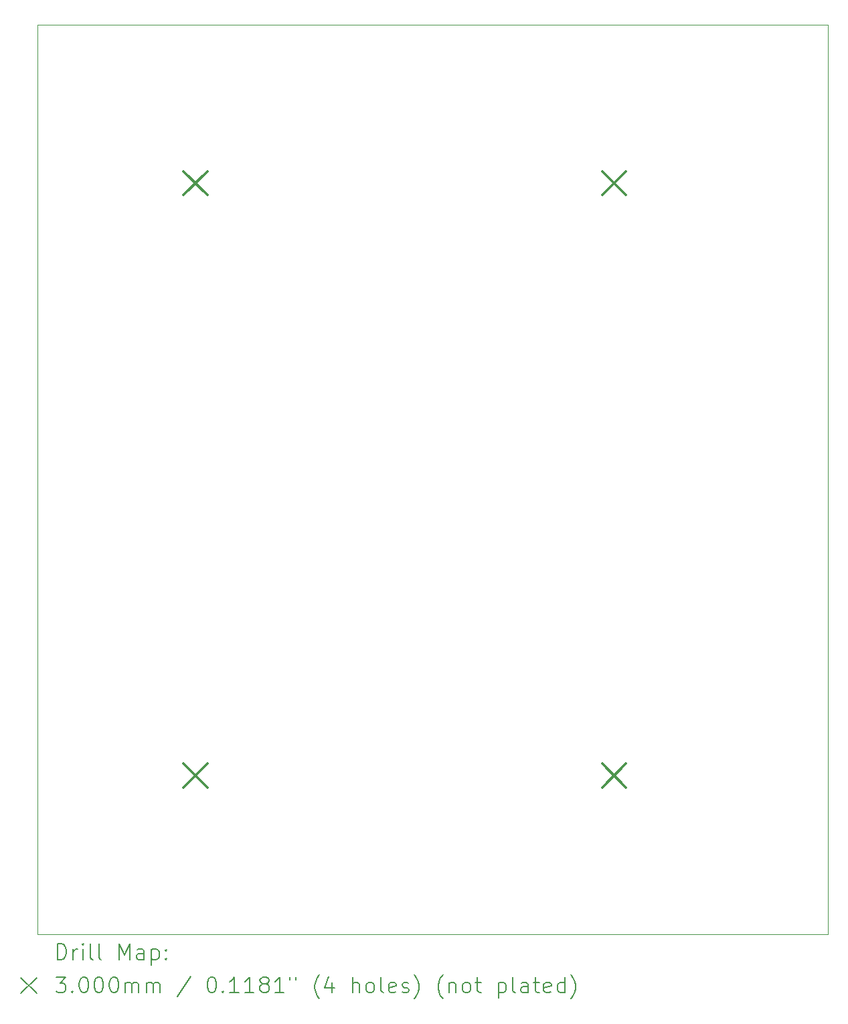
<source format=gbr>
%TF.GenerationSoftware,KiCad,Pcbnew,7.0.8*%
%TF.CreationDate,2023-11-11T13:28:07+01:00*%
%TF.ProjectId,LED-Zappelin-V2-Chrolis,4c45442d-5a61-4707-9065-6c696e2d5632,rev?*%
%TF.SameCoordinates,Original*%
%TF.FileFunction,Drillmap*%
%TF.FilePolarity,Positive*%
%FSLAX45Y45*%
G04 Gerber Fmt 4.5, Leading zero omitted, Abs format (unit mm)*
G04 Created by KiCad (PCBNEW 7.0.8) date 2023-11-11 13:28:07*
%MOMM*%
%LPD*%
G01*
G04 APERTURE LIST*
%ADD10C,0.100000*%
%ADD11C,0.200000*%
%ADD12C,0.300000*%
G04 APERTURE END LIST*
D10*
X5000000Y-5000000D02*
X15000000Y-5000000D01*
X15000000Y-16500000D01*
X5000000Y-16500000D01*
X5000000Y-5000000D01*
D11*
D12*
X6850000Y-6850000D02*
X7150000Y-7150000D01*
X7150000Y-6850000D02*
X6850000Y-7150000D01*
X6850000Y-14340000D02*
X7150000Y-14640000D01*
X7150000Y-14340000D02*
X6850000Y-14640000D01*
X12150000Y-6850000D02*
X12450000Y-7150000D01*
X12450000Y-6850000D02*
X12150000Y-7150000D01*
X12150000Y-14340000D02*
X12450000Y-14640000D01*
X12450000Y-14340000D02*
X12150000Y-14640000D01*
D11*
X5255777Y-16816484D02*
X5255777Y-16616484D01*
X5255777Y-16616484D02*
X5303396Y-16616484D01*
X5303396Y-16616484D02*
X5331967Y-16626008D01*
X5331967Y-16626008D02*
X5351015Y-16645055D01*
X5351015Y-16645055D02*
X5360539Y-16664103D01*
X5360539Y-16664103D02*
X5370063Y-16702198D01*
X5370063Y-16702198D02*
X5370063Y-16730769D01*
X5370063Y-16730769D02*
X5360539Y-16768865D01*
X5360539Y-16768865D02*
X5351015Y-16787912D01*
X5351015Y-16787912D02*
X5331967Y-16806960D01*
X5331967Y-16806960D02*
X5303396Y-16816484D01*
X5303396Y-16816484D02*
X5255777Y-16816484D01*
X5455777Y-16816484D02*
X5455777Y-16683150D01*
X5455777Y-16721246D02*
X5465301Y-16702198D01*
X5465301Y-16702198D02*
X5474824Y-16692674D01*
X5474824Y-16692674D02*
X5493872Y-16683150D01*
X5493872Y-16683150D02*
X5512920Y-16683150D01*
X5579586Y-16816484D02*
X5579586Y-16683150D01*
X5579586Y-16616484D02*
X5570063Y-16626008D01*
X5570063Y-16626008D02*
X5579586Y-16635531D01*
X5579586Y-16635531D02*
X5589110Y-16626008D01*
X5589110Y-16626008D02*
X5579586Y-16616484D01*
X5579586Y-16616484D02*
X5579586Y-16635531D01*
X5703396Y-16816484D02*
X5684348Y-16806960D01*
X5684348Y-16806960D02*
X5674824Y-16787912D01*
X5674824Y-16787912D02*
X5674824Y-16616484D01*
X5808158Y-16816484D02*
X5789110Y-16806960D01*
X5789110Y-16806960D02*
X5779586Y-16787912D01*
X5779586Y-16787912D02*
X5779586Y-16616484D01*
X6036729Y-16816484D02*
X6036729Y-16616484D01*
X6036729Y-16616484D02*
X6103396Y-16759341D01*
X6103396Y-16759341D02*
X6170062Y-16616484D01*
X6170062Y-16616484D02*
X6170062Y-16816484D01*
X6351015Y-16816484D02*
X6351015Y-16711722D01*
X6351015Y-16711722D02*
X6341491Y-16692674D01*
X6341491Y-16692674D02*
X6322443Y-16683150D01*
X6322443Y-16683150D02*
X6284348Y-16683150D01*
X6284348Y-16683150D02*
X6265301Y-16692674D01*
X6351015Y-16806960D02*
X6331967Y-16816484D01*
X6331967Y-16816484D02*
X6284348Y-16816484D01*
X6284348Y-16816484D02*
X6265301Y-16806960D01*
X6265301Y-16806960D02*
X6255777Y-16787912D01*
X6255777Y-16787912D02*
X6255777Y-16768865D01*
X6255777Y-16768865D02*
X6265301Y-16749817D01*
X6265301Y-16749817D02*
X6284348Y-16740293D01*
X6284348Y-16740293D02*
X6331967Y-16740293D01*
X6331967Y-16740293D02*
X6351015Y-16730769D01*
X6446253Y-16683150D02*
X6446253Y-16883150D01*
X6446253Y-16692674D02*
X6465301Y-16683150D01*
X6465301Y-16683150D02*
X6503396Y-16683150D01*
X6503396Y-16683150D02*
X6522443Y-16692674D01*
X6522443Y-16692674D02*
X6531967Y-16702198D01*
X6531967Y-16702198D02*
X6541491Y-16721246D01*
X6541491Y-16721246D02*
X6541491Y-16778389D01*
X6541491Y-16778389D02*
X6531967Y-16797436D01*
X6531967Y-16797436D02*
X6522443Y-16806960D01*
X6522443Y-16806960D02*
X6503396Y-16816484D01*
X6503396Y-16816484D02*
X6465301Y-16816484D01*
X6465301Y-16816484D02*
X6446253Y-16806960D01*
X6627205Y-16797436D02*
X6636729Y-16806960D01*
X6636729Y-16806960D02*
X6627205Y-16816484D01*
X6627205Y-16816484D02*
X6617682Y-16806960D01*
X6617682Y-16806960D02*
X6627205Y-16797436D01*
X6627205Y-16797436D02*
X6627205Y-16816484D01*
X6627205Y-16692674D02*
X6636729Y-16702198D01*
X6636729Y-16702198D02*
X6627205Y-16711722D01*
X6627205Y-16711722D02*
X6617682Y-16702198D01*
X6617682Y-16702198D02*
X6627205Y-16692674D01*
X6627205Y-16692674D02*
X6627205Y-16711722D01*
X4795000Y-17045000D02*
X4995000Y-17245000D01*
X4995000Y-17045000D02*
X4795000Y-17245000D01*
X5236729Y-17036484D02*
X5360539Y-17036484D01*
X5360539Y-17036484D02*
X5293872Y-17112674D01*
X5293872Y-17112674D02*
X5322444Y-17112674D01*
X5322444Y-17112674D02*
X5341491Y-17122198D01*
X5341491Y-17122198D02*
X5351015Y-17131722D01*
X5351015Y-17131722D02*
X5360539Y-17150770D01*
X5360539Y-17150770D02*
X5360539Y-17198389D01*
X5360539Y-17198389D02*
X5351015Y-17217436D01*
X5351015Y-17217436D02*
X5341491Y-17226960D01*
X5341491Y-17226960D02*
X5322444Y-17236484D01*
X5322444Y-17236484D02*
X5265301Y-17236484D01*
X5265301Y-17236484D02*
X5246253Y-17226960D01*
X5246253Y-17226960D02*
X5236729Y-17217436D01*
X5446253Y-17217436D02*
X5455777Y-17226960D01*
X5455777Y-17226960D02*
X5446253Y-17236484D01*
X5446253Y-17236484D02*
X5436729Y-17226960D01*
X5436729Y-17226960D02*
X5446253Y-17217436D01*
X5446253Y-17217436D02*
X5446253Y-17236484D01*
X5579586Y-17036484D02*
X5598634Y-17036484D01*
X5598634Y-17036484D02*
X5617682Y-17046008D01*
X5617682Y-17046008D02*
X5627205Y-17055531D01*
X5627205Y-17055531D02*
X5636729Y-17074579D01*
X5636729Y-17074579D02*
X5646253Y-17112674D01*
X5646253Y-17112674D02*
X5646253Y-17160293D01*
X5646253Y-17160293D02*
X5636729Y-17198389D01*
X5636729Y-17198389D02*
X5627205Y-17217436D01*
X5627205Y-17217436D02*
X5617682Y-17226960D01*
X5617682Y-17226960D02*
X5598634Y-17236484D01*
X5598634Y-17236484D02*
X5579586Y-17236484D01*
X5579586Y-17236484D02*
X5560539Y-17226960D01*
X5560539Y-17226960D02*
X5551015Y-17217436D01*
X5551015Y-17217436D02*
X5541491Y-17198389D01*
X5541491Y-17198389D02*
X5531967Y-17160293D01*
X5531967Y-17160293D02*
X5531967Y-17112674D01*
X5531967Y-17112674D02*
X5541491Y-17074579D01*
X5541491Y-17074579D02*
X5551015Y-17055531D01*
X5551015Y-17055531D02*
X5560539Y-17046008D01*
X5560539Y-17046008D02*
X5579586Y-17036484D01*
X5770062Y-17036484D02*
X5789110Y-17036484D01*
X5789110Y-17036484D02*
X5808158Y-17046008D01*
X5808158Y-17046008D02*
X5817682Y-17055531D01*
X5817682Y-17055531D02*
X5827205Y-17074579D01*
X5827205Y-17074579D02*
X5836729Y-17112674D01*
X5836729Y-17112674D02*
X5836729Y-17160293D01*
X5836729Y-17160293D02*
X5827205Y-17198389D01*
X5827205Y-17198389D02*
X5817682Y-17217436D01*
X5817682Y-17217436D02*
X5808158Y-17226960D01*
X5808158Y-17226960D02*
X5789110Y-17236484D01*
X5789110Y-17236484D02*
X5770062Y-17236484D01*
X5770062Y-17236484D02*
X5751015Y-17226960D01*
X5751015Y-17226960D02*
X5741491Y-17217436D01*
X5741491Y-17217436D02*
X5731967Y-17198389D01*
X5731967Y-17198389D02*
X5722443Y-17160293D01*
X5722443Y-17160293D02*
X5722443Y-17112674D01*
X5722443Y-17112674D02*
X5731967Y-17074579D01*
X5731967Y-17074579D02*
X5741491Y-17055531D01*
X5741491Y-17055531D02*
X5751015Y-17046008D01*
X5751015Y-17046008D02*
X5770062Y-17036484D01*
X5960539Y-17036484D02*
X5979586Y-17036484D01*
X5979586Y-17036484D02*
X5998634Y-17046008D01*
X5998634Y-17046008D02*
X6008158Y-17055531D01*
X6008158Y-17055531D02*
X6017682Y-17074579D01*
X6017682Y-17074579D02*
X6027205Y-17112674D01*
X6027205Y-17112674D02*
X6027205Y-17160293D01*
X6027205Y-17160293D02*
X6017682Y-17198389D01*
X6017682Y-17198389D02*
X6008158Y-17217436D01*
X6008158Y-17217436D02*
X5998634Y-17226960D01*
X5998634Y-17226960D02*
X5979586Y-17236484D01*
X5979586Y-17236484D02*
X5960539Y-17236484D01*
X5960539Y-17236484D02*
X5941491Y-17226960D01*
X5941491Y-17226960D02*
X5931967Y-17217436D01*
X5931967Y-17217436D02*
X5922443Y-17198389D01*
X5922443Y-17198389D02*
X5912920Y-17160293D01*
X5912920Y-17160293D02*
X5912920Y-17112674D01*
X5912920Y-17112674D02*
X5922443Y-17074579D01*
X5922443Y-17074579D02*
X5931967Y-17055531D01*
X5931967Y-17055531D02*
X5941491Y-17046008D01*
X5941491Y-17046008D02*
X5960539Y-17036484D01*
X6112920Y-17236484D02*
X6112920Y-17103150D01*
X6112920Y-17122198D02*
X6122443Y-17112674D01*
X6122443Y-17112674D02*
X6141491Y-17103150D01*
X6141491Y-17103150D02*
X6170063Y-17103150D01*
X6170063Y-17103150D02*
X6189110Y-17112674D01*
X6189110Y-17112674D02*
X6198634Y-17131722D01*
X6198634Y-17131722D02*
X6198634Y-17236484D01*
X6198634Y-17131722D02*
X6208158Y-17112674D01*
X6208158Y-17112674D02*
X6227205Y-17103150D01*
X6227205Y-17103150D02*
X6255777Y-17103150D01*
X6255777Y-17103150D02*
X6274824Y-17112674D01*
X6274824Y-17112674D02*
X6284348Y-17131722D01*
X6284348Y-17131722D02*
X6284348Y-17236484D01*
X6379586Y-17236484D02*
X6379586Y-17103150D01*
X6379586Y-17122198D02*
X6389110Y-17112674D01*
X6389110Y-17112674D02*
X6408158Y-17103150D01*
X6408158Y-17103150D02*
X6436729Y-17103150D01*
X6436729Y-17103150D02*
X6455777Y-17112674D01*
X6455777Y-17112674D02*
X6465301Y-17131722D01*
X6465301Y-17131722D02*
X6465301Y-17236484D01*
X6465301Y-17131722D02*
X6474824Y-17112674D01*
X6474824Y-17112674D02*
X6493872Y-17103150D01*
X6493872Y-17103150D02*
X6522443Y-17103150D01*
X6522443Y-17103150D02*
X6541491Y-17112674D01*
X6541491Y-17112674D02*
X6551015Y-17131722D01*
X6551015Y-17131722D02*
X6551015Y-17236484D01*
X6941491Y-17026960D02*
X6770063Y-17284103D01*
X7198634Y-17036484D02*
X7217682Y-17036484D01*
X7217682Y-17036484D02*
X7236729Y-17046008D01*
X7236729Y-17046008D02*
X7246253Y-17055531D01*
X7246253Y-17055531D02*
X7255777Y-17074579D01*
X7255777Y-17074579D02*
X7265301Y-17112674D01*
X7265301Y-17112674D02*
X7265301Y-17160293D01*
X7265301Y-17160293D02*
X7255777Y-17198389D01*
X7255777Y-17198389D02*
X7246253Y-17217436D01*
X7246253Y-17217436D02*
X7236729Y-17226960D01*
X7236729Y-17226960D02*
X7217682Y-17236484D01*
X7217682Y-17236484D02*
X7198634Y-17236484D01*
X7198634Y-17236484D02*
X7179586Y-17226960D01*
X7179586Y-17226960D02*
X7170063Y-17217436D01*
X7170063Y-17217436D02*
X7160539Y-17198389D01*
X7160539Y-17198389D02*
X7151015Y-17160293D01*
X7151015Y-17160293D02*
X7151015Y-17112674D01*
X7151015Y-17112674D02*
X7160539Y-17074579D01*
X7160539Y-17074579D02*
X7170063Y-17055531D01*
X7170063Y-17055531D02*
X7179586Y-17046008D01*
X7179586Y-17046008D02*
X7198634Y-17036484D01*
X7351015Y-17217436D02*
X7360539Y-17226960D01*
X7360539Y-17226960D02*
X7351015Y-17236484D01*
X7351015Y-17236484D02*
X7341491Y-17226960D01*
X7341491Y-17226960D02*
X7351015Y-17217436D01*
X7351015Y-17217436D02*
X7351015Y-17236484D01*
X7551015Y-17236484D02*
X7436729Y-17236484D01*
X7493872Y-17236484D02*
X7493872Y-17036484D01*
X7493872Y-17036484D02*
X7474825Y-17065055D01*
X7474825Y-17065055D02*
X7455777Y-17084103D01*
X7455777Y-17084103D02*
X7436729Y-17093627D01*
X7741491Y-17236484D02*
X7627206Y-17236484D01*
X7684348Y-17236484D02*
X7684348Y-17036484D01*
X7684348Y-17036484D02*
X7665301Y-17065055D01*
X7665301Y-17065055D02*
X7646253Y-17084103D01*
X7646253Y-17084103D02*
X7627206Y-17093627D01*
X7855777Y-17122198D02*
X7836729Y-17112674D01*
X7836729Y-17112674D02*
X7827206Y-17103150D01*
X7827206Y-17103150D02*
X7817682Y-17084103D01*
X7817682Y-17084103D02*
X7817682Y-17074579D01*
X7817682Y-17074579D02*
X7827206Y-17055531D01*
X7827206Y-17055531D02*
X7836729Y-17046008D01*
X7836729Y-17046008D02*
X7855777Y-17036484D01*
X7855777Y-17036484D02*
X7893872Y-17036484D01*
X7893872Y-17036484D02*
X7912920Y-17046008D01*
X7912920Y-17046008D02*
X7922444Y-17055531D01*
X7922444Y-17055531D02*
X7931967Y-17074579D01*
X7931967Y-17074579D02*
X7931967Y-17084103D01*
X7931967Y-17084103D02*
X7922444Y-17103150D01*
X7922444Y-17103150D02*
X7912920Y-17112674D01*
X7912920Y-17112674D02*
X7893872Y-17122198D01*
X7893872Y-17122198D02*
X7855777Y-17122198D01*
X7855777Y-17122198D02*
X7836729Y-17131722D01*
X7836729Y-17131722D02*
X7827206Y-17141246D01*
X7827206Y-17141246D02*
X7817682Y-17160293D01*
X7817682Y-17160293D02*
X7817682Y-17198389D01*
X7817682Y-17198389D02*
X7827206Y-17217436D01*
X7827206Y-17217436D02*
X7836729Y-17226960D01*
X7836729Y-17226960D02*
X7855777Y-17236484D01*
X7855777Y-17236484D02*
X7893872Y-17236484D01*
X7893872Y-17236484D02*
X7912920Y-17226960D01*
X7912920Y-17226960D02*
X7922444Y-17217436D01*
X7922444Y-17217436D02*
X7931967Y-17198389D01*
X7931967Y-17198389D02*
X7931967Y-17160293D01*
X7931967Y-17160293D02*
X7922444Y-17141246D01*
X7922444Y-17141246D02*
X7912920Y-17131722D01*
X7912920Y-17131722D02*
X7893872Y-17122198D01*
X8122444Y-17236484D02*
X8008158Y-17236484D01*
X8065301Y-17236484D02*
X8065301Y-17036484D01*
X8065301Y-17036484D02*
X8046253Y-17065055D01*
X8046253Y-17065055D02*
X8027206Y-17084103D01*
X8027206Y-17084103D02*
X8008158Y-17093627D01*
X8198634Y-17036484D02*
X8198634Y-17074579D01*
X8274825Y-17036484D02*
X8274825Y-17074579D01*
X8570063Y-17312674D02*
X8560539Y-17303150D01*
X8560539Y-17303150D02*
X8541491Y-17274579D01*
X8541491Y-17274579D02*
X8531968Y-17255531D01*
X8531968Y-17255531D02*
X8522444Y-17226960D01*
X8522444Y-17226960D02*
X8512920Y-17179341D01*
X8512920Y-17179341D02*
X8512920Y-17141246D01*
X8512920Y-17141246D02*
X8522444Y-17093627D01*
X8522444Y-17093627D02*
X8531968Y-17065055D01*
X8531968Y-17065055D02*
X8541491Y-17046008D01*
X8541491Y-17046008D02*
X8560539Y-17017436D01*
X8560539Y-17017436D02*
X8570063Y-17007912D01*
X8731968Y-17103150D02*
X8731968Y-17236484D01*
X8684349Y-17026960D02*
X8636730Y-17169817D01*
X8636730Y-17169817D02*
X8760539Y-17169817D01*
X8989111Y-17236484D02*
X8989111Y-17036484D01*
X9074825Y-17236484D02*
X9074825Y-17131722D01*
X9074825Y-17131722D02*
X9065301Y-17112674D01*
X9065301Y-17112674D02*
X9046253Y-17103150D01*
X9046253Y-17103150D02*
X9017682Y-17103150D01*
X9017682Y-17103150D02*
X8998634Y-17112674D01*
X8998634Y-17112674D02*
X8989111Y-17122198D01*
X9198634Y-17236484D02*
X9179587Y-17226960D01*
X9179587Y-17226960D02*
X9170063Y-17217436D01*
X9170063Y-17217436D02*
X9160539Y-17198389D01*
X9160539Y-17198389D02*
X9160539Y-17141246D01*
X9160539Y-17141246D02*
X9170063Y-17122198D01*
X9170063Y-17122198D02*
X9179587Y-17112674D01*
X9179587Y-17112674D02*
X9198634Y-17103150D01*
X9198634Y-17103150D02*
X9227206Y-17103150D01*
X9227206Y-17103150D02*
X9246253Y-17112674D01*
X9246253Y-17112674D02*
X9255777Y-17122198D01*
X9255777Y-17122198D02*
X9265301Y-17141246D01*
X9265301Y-17141246D02*
X9265301Y-17198389D01*
X9265301Y-17198389D02*
X9255777Y-17217436D01*
X9255777Y-17217436D02*
X9246253Y-17226960D01*
X9246253Y-17226960D02*
X9227206Y-17236484D01*
X9227206Y-17236484D02*
X9198634Y-17236484D01*
X9379587Y-17236484D02*
X9360539Y-17226960D01*
X9360539Y-17226960D02*
X9351015Y-17207912D01*
X9351015Y-17207912D02*
X9351015Y-17036484D01*
X9531968Y-17226960D02*
X9512920Y-17236484D01*
X9512920Y-17236484D02*
X9474825Y-17236484D01*
X9474825Y-17236484D02*
X9455777Y-17226960D01*
X9455777Y-17226960D02*
X9446253Y-17207912D01*
X9446253Y-17207912D02*
X9446253Y-17131722D01*
X9446253Y-17131722D02*
X9455777Y-17112674D01*
X9455777Y-17112674D02*
X9474825Y-17103150D01*
X9474825Y-17103150D02*
X9512920Y-17103150D01*
X9512920Y-17103150D02*
X9531968Y-17112674D01*
X9531968Y-17112674D02*
X9541492Y-17131722D01*
X9541492Y-17131722D02*
X9541492Y-17150770D01*
X9541492Y-17150770D02*
X9446253Y-17169817D01*
X9617682Y-17226960D02*
X9636730Y-17236484D01*
X9636730Y-17236484D02*
X9674825Y-17236484D01*
X9674825Y-17236484D02*
X9693873Y-17226960D01*
X9693873Y-17226960D02*
X9703396Y-17207912D01*
X9703396Y-17207912D02*
X9703396Y-17198389D01*
X9703396Y-17198389D02*
X9693873Y-17179341D01*
X9693873Y-17179341D02*
X9674825Y-17169817D01*
X9674825Y-17169817D02*
X9646253Y-17169817D01*
X9646253Y-17169817D02*
X9627206Y-17160293D01*
X9627206Y-17160293D02*
X9617682Y-17141246D01*
X9617682Y-17141246D02*
X9617682Y-17131722D01*
X9617682Y-17131722D02*
X9627206Y-17112674D01*
X9627206Y-17112674D02*
X9646253Y-17103150D01*
X9646253Y-17103150D02*
X9674825Y-17103150D01*
X9674825Y-17103150D02*
X9693873Y-17112674D01*
X9770063Y-17312674D02*
X9779587Y-17303150D01*
X9779587Y-17303150D02*
X9798634Y-17274579D01*
X9798634Y-17274579D02*
X9808158Y-17255531D01*
X9808158Y-17255531D02*
X9817682Y-17226960D01*
X9817682Y-17226960D02*
X9827206Y-17179341D01*
X9827206Y-17179341D02*
X9827206Y-17141246D01*
X9827206Y-17141246D02*
X9817682Y-17093627D01*
X9817682Y-17093627D02*
X9808158Y-17065055D01*
X9808158Y-17065055D02*
X9798634Y-17046008D01*
X9798634Y-17046008D02*
X9779587Y-17017436D01*
X9779587Y-17017436D02*
X9770063Y-17007912D01*
X10131968Y-17312674D02*
X10122444Y-17303150D01*
X10122444Y-17303150D02*
X10103396Y-17274579D01*
X10103396Y-17274579D02*
X10093873Y-17255531D01*
X10093873Y-17255531D02*
X10084349Y-17226960D01*
X10084349Y-17226960D02*
X10074825Y-17179341D01*
X10074825Y-17179341D02*
X10074825Y-17141246D01*
X10074825Y-17141246D02*
X10084349Y-17093627D01*
X10084349Y-17093627D02*
X10093873Y-17065055D01*
X10093873Y-17065055D02*
X10103396Y-17046008D01*
X10103396Y-17046008D02*
X10122444Y-17017436D01*
X10122444Y-17017436D02*
X10131968Y-17007912D01*
X10208158Y-17103150D02*
X10208158Y-17236484D01*
X10208158Y-17122198D02*
X10217682Y-17112674D01*
X10217682Y-17112674D02*
X10236730Y-17103150D01*
X10236730Y-17103150D02*
X10265301Y-17103150D01*
X10265301Y-17103150D02*
X10284349Y-17112674D01*
X10284349Y-17112674D02*
X10293873Y-17131722D01*
X10293873Y-17131722D02*
X10293873Y-17236484D01*
X10417682Y-17236484D02*
X10398634Y-17226960D01*
X10398634Y-17226960D02*
X10389111Y-17217436D01*
X10389111Y-17217436D02*
X10379587Y-17198389D01*
X10379587Y-17198389D02*
X10379587Y-17141246D01*
X10379587Y-17141246D02*
X10389111Y-17122198D01*
X10389111Y-17122198D02*
X10398634Y-17112674D01*
X10398634Y-17112674D02*
X10417682Y-17103150D01*
X10417682Y-17103150D02*
X10446254Y-17103150D01*
X10446254Y-17103150D02*
X10465301Y-17112674D01*
X10465301Y-17112674D02*
X10474825Y-17122198D01*
X10474825Y-17122198D02*
X10484349Y-17141246D01*
X10484349Y-17141246D02*
X10484349Y-17198389D01*
X10484349Y-17198389D02*
X10474825Y-17217436D01*
X10474825Y-17217436D02*
X10465301Y-17226960D01*
X10465301Y-17226960D02*
X10446254Y-17236484D01*
X10446254Y-17236484D02*
X10417682Y-17236484D01*
X10541492Y-17103150D02*
X10617682Y-17103150D01*
X10570063Y-17036484D02*
X10570063Y-17207912D01*
X10570063Y-17207912D02*
X10579587Y-17226960D01*
X10579587Y-17226960D02*
X10598634Y-17236484D01*
X10598634Y-17236484D02*
X10617682Y-17236484D01*
X10836730Y-17103150D02*
X10836730Y-17303150D01*
X10836730Y-17112674D02*
X10855777Y-17103150D01*
X10855777Y-17103150D02*
X10893873Y-17103150D01*
X10893873Y-17103150D02*
X10912920Y-17112674D01*
X10912920Y-17112674D02*
X10922444Y-17122198D01*
X10922444Y-17122198D02*
X10931968Y-17141246D01*
X10931968Y-17141246D02*
X10931968Y-17198389D01*
X10931968Y-17198389D02*
X10922444Y-17217436D01*
X10922444Y-17217436D02*
X10912920Y-17226960D01*
X10912920Y-17226960D02*
X10893873Y-17236484D01*
X10893873Y-17236484D02*
X10855777Y-17236484D01*
X10855777Y-17236484D02*
X10836730Y-17226960D01*
X11046254Y-17236484D02*
X11027206Y-17226960D01*
X11027206Y-17226960D02*
X11017682Y-17207912D01*
X11017682Y-17207912D02*
X11017682Y-17036484D01*
X11208158Y-17236484D02*
X11208158Y-17131722D01*
X11208158Y-17131722D02*
X11198634Y-17112674D01*
X11198634Y-17112674D02*
X11179587Y-17103150D01*
X11179587Y-17103150D02*
X11141492Y-17103150D01*
X11141492Y-17103150D02*
X11122444Y-17112674D01*
X11208158Y-17226960D02*
X11189111Y-17236484D01*
X11189111Y-17236484D02*
X11141492Y-17236484D01*
X11141492Y-17236484D02*
X11122444Y-17226960D01*
X11122444Y-17226960D02*
X11112920Y-17207912D01*
X11112920Y-17207912D02*
X11112920Y-17188865D01*
X11112920Y-17188865D02*
X11122444Y-17169817D01*
X11122444Y-17169817D02*
X11141492Y-17160293D01*
X11141492Y-17160293D02*
X11189111Y-17160293D01*
X11189111Y-17160293D02*
X11208158Y-17150770D01*
X11274825Y-17103150D02*
X11351015Y-17103150D01*
X11303396Y-17036484D02*
X11303396Y-17207912D01*
X11303396Y-17207912D02*
X11312920Y-17226960D01*
X11312920Y-17226960D02*
X11331968Y-17236484D01*
X11331968Y-17236484D02*
X11351015Y-17236484D01*
X11493873Y-17226960D02*
X11474825Y-17236484D01*
X11474825Y-17236484D02*
X11436730Y-17236484D01*
X11436730Y-17236484D02*
X11417682Y-17226960D01*
X11417682Y-17226960D02*
X11408158Y-17207912D01*
X11408158Y-17207912D02*
X11408158Y-17131722D01*
X11408158Y-17131722D02*
X11417682Y-17112674D01*
X11417682Y-17112674D02*
X11436730Y-17103150D01*
X11436730Y-17103150D02*
X11474825Y-17103150D01*
X11474825Y-17103150D02*
X11493873Y-17112674D01*
X11493873Y-17112674D02*
X11503396Y-17131722D01*
X11503396Y-17131722D02*
X11503396Y-17150770D01*
X11503396Y-17150770D02*
X11408158Y-17169817D01*
X11674825Y-17236484D02*
X11674825Y-17036484D01*
X11674825Y-17226960D02*
X11655777Y-17236484D01*
X11655777Y-17236484D02*
X11617682Y-17236484D01*
X11617682Y-17236484D02*
X11598634Y-17226960D01*
X11598634Y-17226960D02*
X11589111Y-17217436D01*
X11589111Y-17217436D02*
X11579587Y-17198389D01*
X11579587Y-17198389D02*
X11579587Y-17141246D01*
X11579587Y-17141246D02*
X11589111Y-17122198D01*
X11589111Y-17122198D02*
X11598634Y-17112674D01*
X11598634Y-17112674D02*
X11617682Y-17103150D01*
X11617682Y-17103150D02*
X11655777Y-17103150D01*
X11655777Y-17103150D02*
X11674825Y-17112674D01*
X11751015Y-17312674D02*
X11760539Y-17303150D01*
X11760539Y-17303150D02*
X11779587Y-17274579D01*
X11779587Y-17274579D02*
X11789111Y-17255531D01*
X11789111Y-17255531D02*
X11798634Y-17226960D01*
X11798634Y-17226960D02*
X11808158Y-17179341D01*
X11808158Y-17179341D02*
X11808158Y-17141246D01*
X11808158Y-17141246D02*
X11798634Y-17093627D01*
X11798634Y-17093627D02*
X11789111Y-17065055D01*
X11789111Y-17065055D02*
X11779587Y-17046008D01*
X11779587Y-17046008D02*
X11760539Y-17017436D01*
X11760539Y-17017436D02*
X11751015Y-17007912D01*
M02*

</source>
